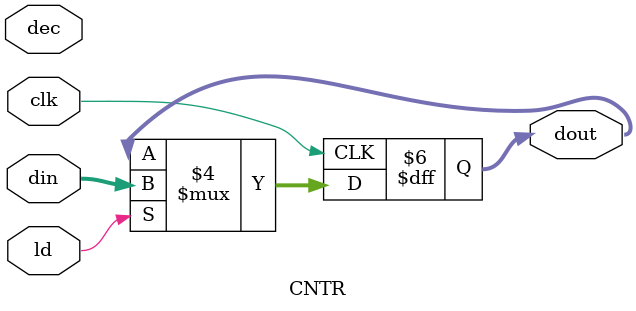
<source format=v>
`timescale 1ns / 1ps
module CNTR(
input [15:0]din,
input ld,dec,clk,
output reg [15:0]dout);
always @(posedge clk)
if (ld) dout<=din;
else if (dec) dout<=dout;
endmodule



</source>
